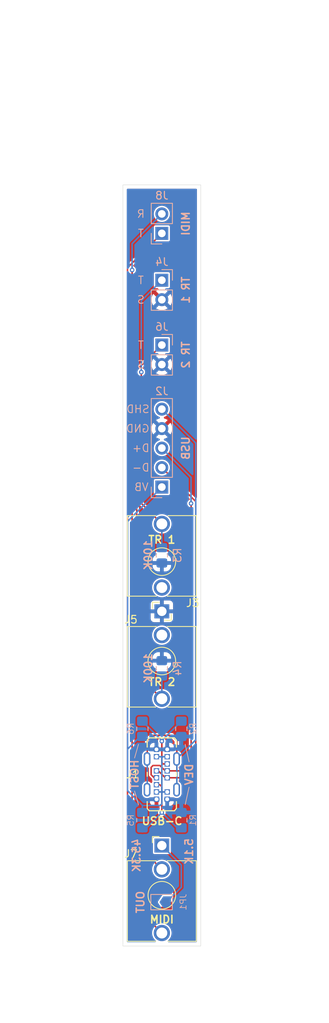
<source format=kicad_pcb>
(kicad_pcb (version 20241229) (generator "pcbnew") (generator_version "9.0")
  (title_block (title "ORN8 2HP Ext. Panel (Trig + TRS MIDI + USB-C)") (date "2026-01-06") (rev "2.2") (comment 3 "Aether Soundlab") (comment 4 "Beau Sterling"))
  (layers (0 "F.Cu" signal) (2 "B.Cu" signal) (5 "F.SilkS" user "F.Silkscreen") (7 "B.SilkS" user "B.Silkscreen") (1 "F.Mask" user) (3 "B.Mask" user) (25 "Edge.Cuts" user))
  (net 0 "")
  (net 1 "VBUS")
  (net 2 "GND")
  (net 3 "D-")
  (net 4 "D+")
  (net 6 "Net-(J4-Pin_1)")
  (net 8 "Net-(J6-Pin_1)")
  (net 9 "Net-(J8-Pin_1)")
  (net 10 "Net-(J1-CC1)")
  (net 11 "Net-(J1-CC2)")
  (net 12 "SHLD")
  (net 13 "Net-(J8-Pin_2)")
  (net 14 "Net-(JP1-A)")
  (footprint "Connector_Audio:Jack_3.5mm_QingPu_WQP-PJ398SM_Vertical_CircularHoles" (layer "F.Cu") (at 45.722054 115.488 180)
    (property "Reference" "J3" (at -4.03 1.08 0) (layer "F.SilkS"))
    (property "Value" "TR_1_JACK")
    (fp_line (start 4.5 12.48) (end 0.8 12.48) (stroke (width 0.12)) (layer "F.SilkS"))
    (fp_line (start 4.5 1.98) (end 4.5 12.48) (stroke (width 0.12)) (layer "F.SilkS"))
    (fp_line (start 4.5 1.98) (end 0.72 1.98) (stroke (width 0.12)) (layer "F.SilkS"))
    (fp_line (start -0.72 1.98) (end -4.5 1.98) (stroke (width 0.12)) (layer "F.SilkS"))
    (fp_line (start -0.8 12.48) (end -4.5 12.48) (stroke (width 0.12)) (layer "F.SilkS"))
    (fp_line (start -1.23 -1.17) (end -0.37 -1.17) (stroke (width 0.12)) (layer "F.SilkS"))
    (fp_line (start -1.23 -1.17) (end -1.23 -0.37) (stroke (width 0.12)) (layer "F.SilkS"))
    (fp_line (start -4.5 1.98) (end -4.5 12.48) (stroke (width 0.12)) (layer "F.SilkS"))
    (fp_circle (center 0 6.48) (end 1.8 6.48) (stroke (width 0.12)) (fill no) (layer "F.SilkS"))
    (pad "S" thru_hole rect (at 0 0) (size 1.93 1.83) (drill 1.22) (layers "*.Cu" "*.Mask") (net 2 "GND"))
    (pad "T" thru_hole circle (at 0 11.4) (size 2.13 2.13) (drill 1.43) (layers "*.Cu" "*.Mask") (net 6 "Net-(J4-Pin_1)"))
    (pad "TN" thru_hole circle (at 0 3.1) (size 2.13 2.13) (drill 1.42) (layers "*.Cu" "*.Mask"))
    (zone (net 0) (net_name "") (layer "F.Cu") (connect_pads (clearance 0)) (min_thickness 0.254)
      (keepout (tracks not_allowed) (vias not_allowed) (pads not_allowed) (copperpour not_allowed) (footprints not_allowed))
      (fill (thermal_gap 0.508) (thermal_bridge_width 0.508))
      (polygon (pts (xy 44.216913 109.008) (xy 44.237124 109.253829) (xy 44.297213 109.493055) (xy 44.395568 109.719256) (xy 44.529546 109.926355) (xy 44.69555 110.10879) (xy 44.889122 110.261664) (xy 45.105062 110.380869) (xy 45.337572 110.463206) (xy 45.580408 110.506461) (xy 45.827047 110.509475) (xy 46.070867 110.472165) (xy 46.30532 110.395534) (xy 46.524108 110.28164) (xy 46.721357 110.133542) (xy 46.891768 109.955216) (xy 47.030766 109.751452) (xy 47.134618 109.527722) (xy 47.200535 109.290035) (xy 47.226746 109.044774) (xy 47.212547 108.798525) (xy 47.15832 108.557901) (xy 47.065522 108.329366) (xy 46.936643 108.119055) (xy 46.775146 107.932618) (xy 46.585367 107.775061) (xy 46.372404 107.650615) (xy 46.141975 107.562623) (xy 45.900269 107.513447) (xy 45.653776 107.504408) (xy 45.409118 107.53575) (xy 45.172863 107.60663) (xy 44.951357 107.715144) (xy 44.750549 107.858379) (xy 44.575831 108.032488) (xy 44.431896 108.232795) (xy 44.322609 108.453921) (xy 44.250905 108.689926) (xy 44.21871 108.934474)))
    )
  )
  (footprint "Connector_Audio:Jack_3.5mm_QingPu_WQP-PJ398SM_Vertical_CircularHoles" (layer "F.Cu") (at 45.722054 115.485)
    (property "Reference" "J5" (at -4.03 1.08 180) (layer "F.SilkS"))
    (property "Value" "TR_2_JACK")
    (fp_line (start -4.5 1.98) (end -4.5 12.48) (stroke (width 0.12)) (layer "F.SilkS"))
    (fp_line (start -1.23 -1.17) (end -1.23 -0.37) (stroke (width 0.12)) (layer "F.SilkS"))
    (fp_line (start -1.23 -1.17) (end -0.37 -1.17) (stroke (width 0.12)) (layer "F.SilkS"))
    (fp_line (start -0.8 12.48) (end -4.5 12.48) (stroke (width 0.12)) (layer "F.SilkS"))
    (fp_line (start -0.72 1.98) (end -4.5 1.98) (stroke (width 0.12)) (layer "F.SilkS"))
    (fp_line (start 4.5 1.98) (end 0.72 1.98) (stroke (width 0.12)) (layer "F.SilkS"))
    (fp_line (start 4.5 1.98) (end 4.5 12.48) (stroke (width 0.12)) (layer "F.SilkS"))
    (fp_line (start 4.5 12.48) (end 0.8 12.48) (stroke (width 0.12)) (layer "F.SilkS"))
    (fp_circle (center 0 6.48) (end 1.8 6.48) (stroke (width 0.12)) (fill no) (layer "F.SilkS"))
    (pad "S" thru_hole rect (at 0 0 180) (size 1.93 1.83) (drill 1.22) (layers "*.Cu" "*.Mask") (net 2 "GND"))
    (pad "T" thru_hole circle (at 0 11.4 180) (size 2.13 2.13) (drill 1.43) (layers "*.Cu" "*.Mask") (net 8 "Net-(J6-Pin_1)"))
    (pad "TN" thru_hole circle (at 0 3.1 180) (size 2.13 2.13) (drill 1.42) (layers "*.Cu" "*.Mask"))
    (zone (net 0) (net_name "") (layer "F.Cu") (connect_pads (clearance 0)) (min_thickness 0.254)
      (keepout (tracks not_allowed) (vias not_allowed) (pads not_allowed) (copperpour not_allowed) (footprints not_allowed))
      (fill (thermal_gap 0.508) (thermal_bridge_width 0.508))
      (polygon (pts (xy 47.227195 121.965) (xy 47.206984 121.719171) (xy 47.146895 121.479945) (xy 47.04854 121.253744) (xy 46.914562 121.046645) (xy 46.748558 120.86421) (xy 46.554986 120.711336) (xy 46.339046 120.592131) (xy 46.106536 120.509794) (xy 45.8637 120.466539) (xy 45.617061 120.463525) (xy 45.373241 120.500835) (xy 45.138788 120.577466) (xy 44.92 120.69136) (xy 44.722751 120.839458) (xy 44.55234 121.017784) (xy 44.413342 121.221548) (xy 44.30949 121.445278) (xy 44.243573 121.682965) (xy 44.217362 121.928226) (xy 44.231561 122.174475) (xy 44.285788 122.415099) (xy 44.378586 122.643634) (xy 44.507465 122.853945) (xy 44.668962 123.040382) (xy 44.858741 123.197939) (xy 45.071704 123.322385) (xy 45.302133 123.410377) (xy 45.543839 123.459553) (xy 45.790332 123.468592) (xy 46.03499 123.43725) (xy 46.271245 123.36637) (xy 46.492751 123.257856) (xy 46.693559 123.114621) (xy 46.868277 122.940512) (xy 47.012212 122.740205) (xy 47.121499 122.519079) (xy 47.193203 122.283074) (xy 47.225398 122.038526)))
    )
  )
  (footprint "Library:SparkFun USB-C Vertical" (layer "F.Cu") (at 45.721027 136.731)
    (property "Reference" "J1" (at -3.81 0 0) (layer "F.SilkS"))
    (property "Value" "USB_C")
    (fp_line (start -1.91 -4.445) (end -1.651 -4.75) (stroke (width 0.1524)) (layer "F.SilkS"))
    (fp_line (start -1.91 -3.937) (end -1.91 -4.445) (stroke (width 0.1524)) (layer "F.SilkS"))
    (fp_line (start -1.91 -3.556) (end -1.91 -4.064) (stroke (width 0.1524)) (layer "F.SilkS"))
    (fp_line (start -1.91 0.254) (end -1.91 -0.254) (stroke (width 0.1524)) (layer "F.SilkS"))
    (fp_line (start -1.91 4.064) (end -1.91 3.556) (stroke (width 0.1524)) (layer "F.SilkS"))
    (fp_line (start -1.91 4.445) (end -1.91 3.937) (stroke (width 0.1524)) (layer "F.SilkS"))
    (fp_line (start -1.91 4.445) (end -1.651 4.75) (stroke (width 0.1524)) (layer "F.SilkS"))
    (fp_line (start -1.651 -4.75) (end 1.651 -4.75) (stroke (width 0.1524)) (layer "F.SilkS"))
    (fp_line (start -1.651 4.75) (end 1.651 4.75) (stroke (width 0.1524)) (layer "F.SilkS"))
    (fp_line (start 1.651 4.75) (end 1.9 4.445) (stroke (width 0.1524)) (layer "F.SilkS"))
    (fp_line (start 1.9 -4.445) (end 1.651 -4.75) (stroke (width 0.1524)) (layer "F.SilkS"))
    (fp_line (start 1.9 -3.937) (end 1.9 -4.445) (stroke (width 0.1524)) (layer "F.SilkS"))
    (fp_line (start 1.9 -3.937) (end 1.9 -4.064) (stroke (width 0.1524)) (layer "F.SilkS"))
    (fp_line (start 1.9 -3.556) (end 1.9 -3.937) (stroke (width 0.1524)) (layer "F.SilkS"))
    (fp_line (start 1.9 0.254) (end 1.9 -0.254) (stroke (width 0.1524)) (layer "F.SilkS"))
    (fp_line (start 1.9 4.064) (end 1.9 3.556) (stroke (width 0.1524)) (layer "F.SilkS"))
    (fp_line (start 1.9 4.445) (end 1.9 3.937) (stroke (width 0.1524)) (layer "F.SilkS"))
    (pad "A1" thru_hole rect (at -0.7 3.25 90) (size 0.7 0.7) (drill 0.5) (layers "*.Cu" "*.Mask") (net 2 "GND"))
    (pad "A4" thru_hole rect (at -0.7 2.3 90) (size 0.7 0.7) (drill 0.5) (layers "*.Cu" "*.Mask") (net 1 "VBUS"))
    (pad "A5" thru_hole rect (at -0.7 1.35 90) (size 0.7 0.7) (drill 0.5) (layers "*.Cu" "*.Mask") (net 10 "Net-(J1-CC1)"))
    (pad "A6" thru_hole rect (at -0.7 0.45 90) (size 0.7 0.7) (drill 0.5) (layers "*.Cu" "*.Mask") (net 4 "D+"))
    (pad "A7" thru_hole rect (at -0.7 -0.45 90) (size 0.7 0.7) (drill 0.5) (layers "*.Cu" "*.Mask") (net 3 "D-"))
    (pad "A9" thru_hole rect (at -0.7 -2.3 90) (size 0.7 0.7) (drill 0.5) (layers "*.Cu" "*.Mask") (net 1 "VBUS"))
    (pad "A12" thru_hole rect (at -0.7 -3.25 90) (size 0.7 0.7) (drill 0.5) (layers "*.Cu" "*.Mask") (net 2 "GND"))
    (pad "B1" thru_hole rect (at 0.7 -3.25 90) (size 0.7 0.7) (drill 0.5) (layers "*.Cu" "*.Mask") (net 2 "GND"))
    (pad "B4" thru_hole rect (at 0.7 -2.3 90) (size 0.7 0.7) (drill 0.5) (layers "*.Cu" "*.Mask") (net 1 "VBUS"))
    (pad "B5" thru_hole rect (at 0.7 -1.35 90) (size 0.7 0.7) (drill 0.5) (layers "*.Cu" "*.Mask") (net 11 "Net-(J1-CC2)"))
    (pad "B6" thru_hole rect (at 0.7 -0.45 90) (size 0.7 0.7) (drill 0.5) (layers "*.Cu" "*.Mask") (net 4 "D+"))
    (pad "B7" thru_hole rect (at 0.7 0.45 90) (size 0.7 0.7) (drill 0.5) (layers "*.Cu" "*.Mask") (net 3 "D-"))
    (pad "B9" thru_hole rect (at 0.7 2.3 90) (size 0.7 0.7) (drill 0.5) (layers "*.Cu" "*.Mask") (net 1 "VBUS"))
    (pad "B12" thru_hole rect (at 0.7 3.25 90) (size 0.7 0.7) (drill 0.5) (layers "*.Cu" "*.Mask") (net 2 "GND"))
    (pad "S1" thru_hole oval (at -1.93 -2 90) (size 1.8 0.9) (drill oval 1.4 0.5) (layers "*.Cu" "*.Mask") (net 12 "SHLD"))
    (pad "S1" thru_hole oval (at -1.93 2 90) (size 1.8 0.9) (drill oval 1.4 0.5) (layers "*.Cu" "*.Mask") (net 12 "SHLD"))
    (pad "S1" thru_hole oval (at 1.93 -2 90) (size 1.8 0.9) (drill oval 1.4 0.5) (layers "*.Cu" "*.Mask") (net 12 "SHLD"))
    (pad "S1" thru_hole oval (at 1.93 2 90) (size 1.8 0.9) (drill oval 1.4 0.5) (layers "*.Cu" "*.Mask") (net 12 "SHLD"))
  )
  (footprint "Connector_Audio:Jack_3.5mm_QingPu_WQP-PJ398SM_Vertical_CircularHoles" (layer "F.Cu") (at 45.722054 146.016)
    (property "Reference" "J7" (at -4.03 1.08 180) (layer "F.SilkS"))
    (property "Value" "MIDI_JACK")
    (fp_line (start -4.5 1.98) (end -4.5 12.48) (stroke (width 0.12)) (layer "F.SilkS"))
    (fp_line (start -1.23 -1.17) (end -1.23 -0.37) (stroke (width 0.12)) (layer "F.SilkS"))
    (fp_line (start -1.23 -1.17) (end -0.37 -1.17) (stroke (width 0.12)) (layer "F.SilkS"))
    (fp_line (start -0.8 12.48) (end -4.5 12.48) (stroke (width 0.12)) (layer "F.SilkS"))
    (fp_line (start -0.72 1.98) (end -4.5 1.98) (stroke (width 0.12)) (layer "F.SilkS"))
    (fp_line (start 4.5 1.98) (end 0.72 1.98) (stroke (width 0.12)) (layer "F.SilkS"))
    (fp_line (start 4.5 1.98) (end 4.5 12.48) (stroke (width 0.12)) (layer "F.SilkS"))
    (fp_line (start 4.5 12.48) (end 0.8 12.48) (stroke (width 0.12)) (layer "F.SilkS"))
    (fp_circle (center 0 6.48) (end 1.8 6.48) (stroke (width 0.12)) (fill no) (layer "F.SilkS"))
    (pad "R" thru_hole circle (at 0 3.1 180) (size 2.13 2.13) (drill 1.42) (layers "*.Cu" "*.Mask") (net 13 "Net-(J8-Pin_2)"))
    (pad "S" thru_hole rect (at 0 0 180) (size 1.93 1.83) (drill 1.22) (layers "*.Cu" "*.Mask") (net 14 "Net-(JP1-A)"))
    (pad "T" thru_hole circle (at 0 11.4 180) (size 2.13 2.13) (drill 1.43) (layers "*.Cu" "*.Mask") (net 9 "Net-(J8-Pin_1)"))
    (zone (net 0) (net_name "") (layer "F.Cu") (connect_pads (clearance 0)) (min_thickness 0.254)
      (keepout (tracks not_allowed) (vias not_allowed) (pads not_allowed) (copperpour not_allowed) (footprints not_allowed))
      (fill (thermal_gap 0.508) (thermal_bridge_width 0.508))
      (polygon (pts (xy 47.227195 152.496) (xy 47.206984 152.250171) (xy 47.146895 152.010945) (xy 47.04854 151.784744) (xy 46.914562 151.577645) (xy 46.748558 151.39521) (xy 46.554986 151.242336) (xy 46.339046 151.123131) (xy 46.106536 151.040794) (xy 45.8637 150.997539) (xy 45.617061 150.994525) (xy 45.373241 151.031835) (xy 45.138788 151.108466) (xy 44.92 151.22236) (xy 44.722751 151.370458) (xy 44.55234 151.548784) (xy 44.413342 151.752548) (xy 44.30949 151.976278) (xy 44.243573 152.213965) (xy 44.217362 152.459226) (xy 44.231561 152.705475) (xy 44.285788 152.946099) (xy 44.378586 153.174634) (xy 44.507465 153.384945) (xy 44.668962 153.571382) (xy 44.858741 153.728939) (xy 45.071704 153.853385) (xy 45.302133 153.941377) (xy 45.543839 153.990553) (xy 45.790332 153.999592) (xy 46.03499 153.96825) (xy 46.271245 153.89737) (xy 46.492751 153.788856) (xy 46.693559 153.645621) (xy 46.868277 153.471512) (xy 47.012212 153.271205) (xy 47.121499 153.050079) (xy 47.193203 152.814074) (xy 47.225398 152.569526)))
    )
  )
  (footprint "Resistor_SMD:R_0805_2012Metric_Pad1.20x1.40mm_HandSolder" (layer "B.Cu") (at 43.181027 130.802 90)
    (property "Reference" "R6" (at 0.016 -1.524 270) (layer "B.SilkS") (effects (font (size 0.8 0.8) (thickness 0.1)) (justify mirror)))
    (property "Value" "45.3K")
    (fp_line (start -0.227064 -0.735) (end 0.227064 -0.735) (stroke (width 0.12)) (layer "B.SilkS"))
    (fp_line (start -0.227064 0.735) (end 0.227064 0.735) (stroke (width 0.12)) (layer "B.SilkS"))
    (pad "1" smd roundrect (at -1 0 90) (size 1.2 1.4) (layers "B.Cu" "B.Mask" "B.Paste") (roundrect_rratio 0.208333) (net 1 "VBUS"))
    (pad "2" smd roundrect (at 1 0 90) (size 1.2 1.4) (layers "B.Cu" "B.Mask" "B.Paste") (roundrect_rratio 0.208333) (net 11 "Net-(J1-CC2)"))
  )
  (footprint "Resistor_SMD:R_0805_2012Metric_Pad1.20x1.40mm_HandSolder" (layer "B.Cu") (at 45.722054 108.184 90)
    (property "Reference" "R3" (at 0 2.032 90) (layer "B.SilkS") (effects (justify mirror)))
    (property "Value" "100K")
    (fp_line (start -0.227064 -0.735) (end 0.227064 -0.735) (stroke (width 0.12)) (layer "B.SilkS"))
    (fp_line (start -0.227064 0.735) (end 0.227064 0.735) (stroke (width 0.12)) (layer "B.SilkS"))
    (pad "1" smd roundrect (at -1 0 90) (size 1.2 1.4) (layers "B.Cu" "B.Mask" "B.Paste") (roundrect_rratio 0.208333) (net 2 "GND"))
    (pad "2" smd roundrect (at 1 0 90) (size 1.2 1.4) (layers "B.Cu" "B.Mask" "B.Paste") (roundrect_rratio 0.208333) (net 6 "Net-(J4-Pin_1)"))
  )
  (footprint "Resistor_SMD:R_0805_2012Metric_Pad1.20x1.40mm_HandSolder" (layer "B.Cu") (at 48.261027 142.708 -90)
    (property "Reference" "R1" (at 0.016 -1.524 270) (layer "B.SilkS") (effects (font (size 0.8 0.8) (thickness 0.1)) (justify mirror)))
    (property "Value" "5.1K")
    (fp_line (start -0.227064 0.735) (end 0.227064 0.735) (stroke (width 0.12)) (layer "B.SilkS"))
    (fp_line (start -0.227064 -0.735) (end 0.227064 -0.735) (stroke (width 0.12)) (layer "B.SilkS"))
    (pad "1" smd roundrect (at -1 0 270) (size 1.2 1.4) (layers "B.Cu" "B.Mask" "B.Paste") (roundrect_rratio 0.208333) (net 2 "GND"))
    (pad "2" smd roundrect (at 1 0 270) (size 1.2 1.4) (layers "B.Cu" "B.Mask" "B.Paste") (roundrect_rratio 0.208333) (net 10 "Net-(J1-CC1)"))
  )
  (footprint "Resistor_SMD:R_0805_2012Metric_Pad1.20x1.40mm_HandSolder" (layer "B.Cu") (at 45.722054 122.916 -90)
    (property "Reference" "R4" (at 0 -2.032 90) (layer "B.SilkS") (effects (justify mirror)))
    (property "Value" "100K")
    (fp_line (start -0.227064 0.735) (end 0.227064 0.735) (stroke (width 0.12)) (layer "B.SilkS"))
    (fp_line (start -0.227064 -0.735) (end 0.227064 -0.735) (stroke (width 0.12)) (layer "B.SilkS"))
    (pad "1" smd roundrect (at -1 0 270) (size 1.2 1.4) (layers "B.Cu" "B.Mask" "B.Paste") (roundrect_rratio 0.208333) (net 2 "GND"))
    (pad "2" smd roundrect (at 1 0 270) (size 1.2 1.4) (layers "B.Cu" "B.Mask" "B.Paste") (roundrect_rratio 0.208333) (net 8 "Net-(J6-Pin_1)"))
  )
  (footprint "Connector_PinHeader_2.54mm:PinHeader_1x05_P2.54mm_Vertical" (layer "B.Cu") (at 45.721027 99.29)
    (property "Reference" "J2" (at 0 -12.4968 0) (layer "B.SilkS") (effects (justify mirror)))
    (property "Value" "USB_PINS")
    (fp_line (start -1.38 -11.54) (end 1.38 -11.54) (stroke (width 0.12)) (layer "B.SilkS"))
    (fp_line (start -1.38 -1.27) (end -1.38 -11.54) (stroke (width 0.12)) (layer "B.SilkS"))
    (fp_line (start -1.38 -1.27) (end 1.38 -1.27) (stroke (width 0.12)) (layer "B.SilkS"))
    (fp_line (start -1.38 0) (end -1.38 1.38) (stroke (width 0.12)) (layer "B.SilkS"))
    (fp_line (start -1.38 1.38) (end 0 1.38) (stroke (width 0.12)) (layer "B.SilkS"))
    (fp_line (start 1.38 -1.27) (end 1.38 -11.54) (stroke (width 0.12)) (layer "B.SilkS"))
    (pad "1" thru_hole rect (at 0 0) (size 1.7 1.7) (drill 1) (layers "*.Cu" "*.Mask") (net 1 "VBUS"))
    (pad "2" thru_hole circle (at 0 -2.54) (size 1.7 1.7) (drill 1) (layers "*.Cu" "*.Mask") (net 3 "D-"))
    (pad "3" thru_hole circle (at 0 -5.08) (size 1.7 1.7) (drill 1) (layers "*.Cu" "*.Mask") (net 4 "D+"))
    (pad "4" thru_hole circle (at 0 -7.62) (size 1.7 1.7) (drill 1) (layers "*.Cu" "*.Mask") (net 2 "GND"))
    (pad "5" thru_hole circle (at 0 -10.16) (size 1.7 1.7) (drill 1) (layers "*.Cu" "*.Mask") (net 12 "SHLD"))
  )
  (footprint "Connector_PinHeader_2.54mm:PinHeader_1x02_P2.54mm_Vertical" (layer "B.Cu") (at 45.721027 66.2192)
    (property "Reference" "J8" (at 0 -4.9276 0) (layer "B.SilkS") (effects (justify mirror)))
    (property "Value" "MIDI_PINS")
    (fp_line (start -1.38 -3.92) (end 1.38 -3.92) (stroke (width 0.12)) (layer "B.SilkS"))
    (fp_line (start -1.38 -1.27) (end -1.38 -3.92) (stroke (width 0.12)) (layer "B.SilkS"))
    (fp_line (start -1.38 -1.27) (end 1.38 -1.27) (stroke (width 0.12)) (layer "B.SilkS"))
    (fp_line (start -1.38 0) (end -1.38 1.38) (stroke (width 0.12)) (layer "B.SilkS"))
    (fp_line (start -1.38 1.38) (end 0 1.38) (stroke (width 0.12)) (layer "B.SilkS"))
    (fp_line (start 1.38 -1.27) (end 1.38 -3.92) (stroke (width 0.12)) (layer "B.SilkS"))
    (pad "1" thru_hole rect (at 0 0) (size 1.7 1.7) (drill 1) (layers "*.Cu" "*.Mask") (net 9 "Net-(J8-Pin_1)"))
    (pad "2" thru_hole circle (at 0 -2.54) (size 1.7 1.7) (drill 1) (layers "*.Cu" "*.Mask") (net 13 "Net-(J8-Pin_2)"))
  )
  (footprint "Resistor_SMD:R_0805_2012Metric_Pad1.20x1.40mm_HandSolder" (layer "B.Cu") (at 43.181027 142.708 -90)
    (property "Reference" "R5" (at 0.016 1.524 270) (layer "B.SilkS") (effects (font (size 0.8 0.8) (thickness 0.1)) (justify mirror)))
    (property "Value" "45.3K")
    (fp_line (start -0.227064 0.735) (end 0.227064 0.735) (stroke (width 0.12)) (layer "B.SilkS"))
    (fp_line (start -0.227064 -0.735) (end 0.227064 -0.735) (stroke (width 0.12)) (layer "B.SilkS"))
    (pad "1" smd roundrect (at -1 0 270) (size 1.2 1.4) (layers "B.Cu" "B.Mask" "B.Paste") (roundrect_rratio 0.208333) (net 1 "VBUS"))
    (pad "2" smd roundrect (at 1 0 270) (size 1.2 1.4) (layers "B.Cu" "B.Mask" "B.Paste") (roundrect_rratio 0.208333) (net 10 "Net-(J1-CC1)"))
  )
  (footprint "Jumper:SolderJumper-2_P1.3mm_Open_TrianglePad1.0x1.5mm" (layer "B.Cu") (at 45.684027 153.392 180)
    (property "Reference" "JP1" (at -2.831 0 270) (layer "B.SilkS") (effects (font (size 0.8 0.8) (thickness 0.1)) (justify mirror)))
    (property "Value" "MIDI_SHLD")
    (fp_line (start 1.4 1) (end 1.4 -1) (stroke (width 0.12)) (layer "B.SilkS"))
    (fp_line (start 1.4 -1) (end -1.4 -1) (stroke (width 0.12)) (layer "B.SilkS"))
    (fp_line (start -1.4 1) (end 1.4 1) (stroke (width 0.12)) (layer "B.SilkS"))
    (fp_line (start -1.4 -1) (end -1.4 1) (stroke (width 0.12)) (layer "B.SilkS"))
    (pad "1" smd custom (at -0.725 0 180) (size 0.3 0.3) (layers "B.Cu" "B.Mask") (net 14 "Net-(JP1-A)") (options (clearance outline) (anchor rect)) (primitives (gr_poly (pts (xy 1 0) (xy 0.5 -0.75) (xy -0.5 -0.75) (xy -0.5 0.75) (xy 0.5 0.75)) (width 0) (fill yes))))
    (pad "2" smd custom (at 0.725 0 180) (size 0.3 0.3) (layers "B.Cu" "B.Mask") (net 2 "GND") (options (clearance outline) (anchor rect)) (primitives (gr_poly (pts (xy 0.5 -0.75) (xy -0.65 -0.75) (xy -0.15 0) (xy -0.65 0.75) (xy 0.5 0.75)) (width 0) (fill yes))))
  )
  (footprint "Connector_PinHeader_2.54mm:PinHeader_1x02_P2.54mm_Vertical" (layer "B.Cu") (at 45.722054 72.326 180)
    (property "Reference" "J4" (at 0 2.38 0) (layer "B.SilkS") (effects (justify mirror)))
    (property "Value" "TR_1_PINS")
    (fp_line (start 1.38 -1.27) (end 1.38 -3.92) (stroke (width 0.12)) (layer "B.SilkS"))
    (fp_line (start -1.38 1.38) (end 0 1.38) (stroke (width 0.12)) (layer "B.SilkS"))
    (fp_line (start -1.38 0) (end -1.38 1.38) (stroke (width 0.12)) (layer "B.SilkS"))
    (fp_line (start -1.38 -1.27) (end 1.38 -1.27) (stroke (width 0.12)) (layer "B.SilkS"))
    (fp_line (start -1.38 -1.27) (end -1.38 -3.92) (stroke (width 0.12)) (layer "B.SilkS"))
    (fp_line (start -1.38 -3.92) (end 1.38 -3.92) (stroke (width 0.12)) (layer "B.SilkS"))
    (pad "1" thru_hole rect (at 0 0 180) (size 1.7 1.7) (drill 1) (layers "*.Cu" "*.Mask") (net 6 "Net-(J4-Pin_1)"))
    (pad "2" thru_hole circle (at 0 -2.54 180) (size 1.7 1.7) (drill 1) (layers "*.Cu" "*.Mask") (net 2 "GND"))
  )
  (footprint "Resistor_SMD:R_0805_2012Metric_Pad1.20x1.40mm_HandSolder" (layer "B.Cu") (at 48.261027 130.802 90)
    (property "Reference" "R2" (at 0.016 1.524 270) (layer "B.SilkS") (effects (font (size 0.8 0.8) (thickness 0.1)) (justify mirror)))
    (property "Value" "5.1K")
    (fp_line (start -0.227064 -0.735) (end 0.227064 -0.735) (stroke (width 0.12)) (layer "B.SilkS"))
    (fp_line (start -0.227064 0.735) (end 0.227064 0.735) (stroke (width 0.12)) (layer "B.SilkS"))
    (pad "1" smd roundrect (at -1 0 90) (size 1.2 1.4) (layers "B.Cu" "B.Mask" "B.Paste") (roundrect_rratio 0.208333) (net 2 "GND"))
    (pad "2" smd roundrect (at 1 0 90) (size 1.2 1.4) (layers "B.Cu" "B.Mask" "B.Paste") (roundrect_rratio 0.208333) (net 11 "Net-(J1-CC2)"))
  )
  (footprint "Connector_PinHeader_2.54mm:PinHeader_1x02_P2.54mm_Vertical" (layer "B.Cu") (at 45.722054 80.776 180)
    (property "Reference" "J6" (at 0 2.38 0) (layer "B.SilkS") (effects (justify mirror)))
    (property "Value" "TR_2_PINS")
    (fp_line (start 1.38 -1.27) (end 1.38 -3.92) (stroke (width 0.12)) (layer "B.SilkS"))
    (fp_line (start -1.38 1.38) (end 0 1.38) (stroke (width 0.12)) (layer "B.SilkS"))
    (fp_line (start -1.38 0) (end -1.38 1.38) (stroke (width 0.12)) (layer "B.SilkS"))
    (fp_line (start -1.38 -1.27) (end 1.38 -1.27) (stroke (width 0.12)) (layer "B.SilkS"))
    (fp_line (start -1.38 -1.27) (end -1.38 -3.92) (stroke (width 0.12)) (layer "B.SilkS"))
    (fp_line (start -1.38 -3.92) (end 1.38 -3.92) (stroke (width 0.12)) (layer "B.SilkS"))
    (pad "1" thru_hole rect (at 0 0 180) (size 1.7 1.7) (drill 1) (layers "*.Cu" "*.Mask") (net 8 "Net-(J6-Pin_1)"))
    (pad "2" thru_hole circle (at 0 -2.54 180) (size 1.7 1.7) (drill 1) (layers "*.Cu" "*.Mask") (net 2 "GND"))
  )
  (gr_line (start 48.769027 140.692) (end 49.277027 138.406) (stroke (width 0.1)) (layer "B.SilkS"))
  (gr_line (start 42.673027 132.818) (end 42.165027 134.596) (stroke (width 0.1)) (layer "B.SilkS"))
  (gr_line (start 49.277027 135.104) (end 48.769027 132.818) (stroke (width 0.1)) (layer "B.SilkS"))
  (gr_line (start 42.673027 140.692) (end 42.165027 138.914) (stroke (width 0.1)) (layer "B.SilkS"))
  (gr_rect (start 40.642054 59.896) (end 50.801027 159.116) (stroke (width 0.05)) (fill no) (layer "Edge.Cuts"))
  (gr_text "TR 1" (at 45.722054 106.152 0) (layer "F.SilkS") (effects (font (size 1 1) (thickness 0.2) (bold yes))))
  (gr_text "TR 2" (at 45.722054 124.694 0) (layer "F.SilkS") (effects (font (size 1 1) (thickness 0.2) (bold yes))))
  (gr_text "MIDI" (at 45.722054 155.654 0) (layer "F.SilkS") (effects (font (size 1 1) (thickness 0.2) (bold yes))))
  (gr_text "USB-C" (at 45.751027 142.827 0) (layer "F.SilkS") (effects (font (size 1 1) (thickness 0.2) (bold yes))))
  (gr_text "MIDI" (at 48.842054 64.944201 90) (layer "B.SilkS") (effects (font (size 1 1) (thickness 0.2) (bold yes)) (justify mirror)))
  (gr_text "5.1K" (at 49.277027 146.788 90) (layer "B.SilkS") (effects (font (size 1 1) (thickness 0.2) (bold yes)) (justify mirror)))
  (gr_text "S" (at 42.983352 74.871 0) (layer "B.SilkS") (effects (font (size 1 1) (thickness 0.125)) (justify mirror)))
  (gr_text "100K" (at 43.942054 108.166 90) (layer "B.SilkS") (effects (font (size 1 1) (thickness 0.2) (bold yes)) (justify mirror)))
  (gr_text "DEV" (at 49.277027 136.755 90) (layer "B.SilkS") (effects (font (size 1 1) (thickness 0.2) (bold yes)) (justify mirror)))
  (gr_text "HOST" (at 42.165027 136.755 90) (layer "B.SilkS") (effects (font (size 1 1) (thickness 0.2) (bold yes)) (justify mirror)))
  (gr_text "T" (at 42.983352 66.2192 0) (layer "B.SilkS") (effects (font (size 1 1) (thickness 0.125)) (justify mirror)))
  (gr_text "USB" (at 48.842054 94.21 90) (layer "B.SilkS") (effects (font (size 1 1) (thickness 0.2) (bold yes)) (justify mirror)))
  (gr_text "TR 1" (at 48.842054 73.616 90) (layer "B.SilkS") (effects (font (size 1 1) (thickness 0.2) (bold yes)) (justify mirror)))
  (gr_text "VB" (at 43.054027 99.29 0) (layer "B.SilkS") (effects (font (size 1 1) (thickness 0.125)) (justify mirror)))
  (gr_text "100K" (at 43.942054 122.916 90) (layer "B.SilkS") (effects (font (size 1 1) (thickness 0.2) (bold yes)) (justify mirror)))
  (gr_text "S" (at 42.983352 83.321 0) (layer "B.SilkS") (effects (font (size 1 1) (thickness 0.125)) (justify mirror)))
  (gr_text "T" (at 42.983352 72.331 0) (layer "B.SilkS") (effects (font (size 1 1) (thickness 0.125)) (justify mirror)))
  (gr_text "45.3K" (at 42.419027 147.296 90) (layer "B.SilkS") (effects (font (size 1 1) (thickness 0.2) (bold yes)) (justify mirror)))
  (gr_text "GND" (at 42.57859 91.67 0) (layer "B.SilkS") (effects (font (size 1 1) (thickness 0.125)) (justify mirror)))
  (gr_text "OUT" (at 42.927027 153.392 90) (layer "B.SilkS") (effects (font (size 1 1) (thickness 0.2) (bold yes)) (justify mirror)))
  (gr_text "R" (at 42.983352 63.6792 0) (layer "B.SilkS") (effects (font (size 1 1) (thickness 0.125)) (justify mirror)))
  (gr_text "T" (at 42.983352 80.781 0) (layer "B.SilkS") (effects (font (size 1 1) (thickness 0.125)) (justify mirror)))
  (gr_text "TR 2" (at 48.842054 82.066 90) (layer "B.SilkS") (effects (font (size 1 1) (thickness 0.2) (bold yes)) (justify mirror)))
  (gr_text "SHD" (at 42.6024 89.13 0) (layer "B.SilkS") (effects (font (size 1 1) (thickness 0.125)) (justify mirror)))
  (gr_text "D-" (at 42.983352 96.75 0) (layer "B.SilkS") (effects (font (size 1 1) (thickness 0.125)) (justify mirror)))
  (gr_text "D+" (at 42.983352 94.21 0) (layer "B.SilkS") (effects (font (size 1 1) (thickness 0.125)) (justify mirror)))
  (segment (start 46.421027 134.431) (end 45.862027 134.431) (width 0.2) (layer "B.Cu") (net 1))
  (segment (start 45.862027 139.031) (end 45.721027 138.89) (width 0.2) (layer "B.Cu") (net 1))
  (segment (start 45.660527 140.6315) (end 45.497027 140.795) (width 0.2) (layer "B.Cu") (net 1))
  (segment (start 45.721027 134.572) (end 45.721027 134.475) (width 0.2) (layer "B.Cu") (net 1))
  (segment (start 46.421027 139.031) (end 45.862027 139.031) (width 0.2) (layer "B.Cu") (net 1))
  (segment (start 45.608027 139.031) (end 45.721027 139.144) (width 0.2) (layer "B.Cu") (net 1))
  (segment (start 43.181027 140.795) (end 41.252576 138.866549) (width 0.2) (layer "B.Cu") (net 1))
  (segment (start 45.580027 139.031) (end 45.721027 138.89) (width 0.2) (layer "B.Cu") (net 1))
  (segment (start 45.721027 139.144) (end 45.721027 138.89) (width 0.2) (layer "B.Cu") (net 1))
  (segment (start 46.421027 139.031) (end 45.834027 139.031) (width 0.2) (layer "B.Cu") (net 1))
  (segment (start 43.181027 131.516) (end 41.252576 133.444451) (width 0.2) (layer "B.Cu") (net 1))
  (segment (start 41.252576 138.866549) (end 41.252576 133.58) (width 0.2) (layer "B.Cu") (net 1))
  (segment (start 41.252576 133.58) (end 41.252576 104.4716) (width 0.2) (layer "B.Cu") (net 1))
  (segment (start 45.834027 139.031) (end 45.721027 139.144) (width 0.2) (layer "B.Cu") (net 1))
  (segment (start 41.252576 103.758451) (end 41.252576 104.4716) (width 0.2) (layer "B.Cu") (net 1))
  (segment (start 45.051027 134.431) (end 46.451027 134.431) (width 0.2) (layer "B.Cu") (net 1))
  (segment (start 41.252576 133.444451) (end 41.252576 133.58) (width 0.2) (layer "B.Cu") (net 1))
  (segment (start 45.021027 139.031) (end 45.608027 139.031) (width 0.2) (layer "B.Cu") (net 1))
  (segment (start 45.862027 134.431) (end 45.721027 134.572) (width 0.2) (layer "B.Cu") (net 1))
  (segment (start 45.721027 138.89) (end 45.721027 134.572) (width 0.2) (layer "B.Cu") (net 1))
  (segment (start 45.021027 134.431) (end 45.580027 134.431) (width 0.2) (layer "B.Cu") (net 1))
  (segment (start 45.721027 134.475) (end 45.751027 134.445) (width 0.2) (layer "B.Cu") (net 1))
  (segment (start 45.721027 140.571) (end 45.660527 140.6315) (width 0.2) (layer "B.Cu") (net 1))
  (segment (start 45.021027 139.031) (end 46.421027 139.031) (width 0.2) (layer "B.Cu") (net 1))
  (segment (start 45.580027 134.431) (end 45.721027 134.572) (width 0.2) (layer "B.Cu") (net 1))
  (segment (start 43.181027 140.795) (end 43.181027 141.708) (width 0.2) (layer "B.Cu") (net 1))
  (segment (start 45.721027 139.144) (end 45.721027 140.571) (width 0.2) (layer "B.Cu") (net 1))
  (segment (start 45.497027 140.795) (end 43.181027 140.795) (width 0.2) (layer "B.Cu") (net 1))
  (segment (start 45.021027 139.031) (end 45.580027 139.031) (width 0.2) (layer "B.Cu") (net 1))
  (segment (start 45.721027 99.29) (end 41.252576 103.758451) (width 0.2) (layer "B.Cu") (net 1))
  (segment (start 45.721027 96.75) (end 45.722454 96.75) (width 0.2) (layer "F.Cu") (net 3))
  (segment (start 48.261027 137.181) (end 50.142054 135.299973) (width 0.2) (layer "F.Cu") (net 3))
  (segment (start 50.142054 135.299973) (end 50.142054 101.1696) (width 0.2) (layer "F.Cu") (net 3))
  (segment (start 46.171027 137.181) (end 48.261027 137.181) (width 0.2) (layer "F.Cu") (net 3))
  (segment (start 45.051027 136.281) (end 45.271027 136.281) (width 0.2) (layer "F.Cu") (net 3))
  (segment (start 45.722454 96.75) (end 50.142054 101.1696) (width 0.2) (layer "F.Cu") (net 3))
  (segment (start 45.271027 136.281) (end 46.171027 137.181) (width 0.2) (layer "F.Cu") (net 3))
  (segment (start 49.531027 101.6268) (end 49.542054 101.637827) (width 0.2) (layer "F.Cu") (net 4))
  (segment (start 49.542054 134.999973) (end 48.261027 136.281) (width 0.2) (layer "F.Cu") (net 4))
  (segment (start 44.324027 136.7825) (end 44.722527 137.181) (width 0.2) (layer "F.Cu") (net 4))
  (segment (start 46.171027 136.281) (end 45.471027 135.581) (width 0.2) (layer "F.Cu") (net 4))
  (segment (start 45.731027 94.196) (end 45.722054 94.196) (width 0.2) (layer "F.Cu") (net 4))
  (segment (start 49.542054 101.637827) (end 49.542054 134.999973) (width 0.2) (layer "F.Cu") (net 4))
  (segment (start 48.261027 136.281) (end 46.171027 136.281) (width 0.2) (layer "F.Cu") (net 4))
  (segment (start 44.571027 135.581) (end 44.324027 135.828) (width 0.2) (layer "F.Cu") (net 4))
  (segment (start 49.531027 101.4236) (end 49.531027 101.6268) (width 0.2) (layer "F.Cu") (net 4))
  (segment (start 45.471027 135.581) (end 44.571027 135.581) (width 0.2) (layer "F.Cu") (net 4))
  (segment (start 44.324027 135.828) (end 44.324027 136.7825) (width 0.2) (layer "F.Cu") (net 4))
  (segment (start 44.722527 137.181) (end 45.021027 137.181) (width 0.2) (layer "F.Cu") (net 4))
  (via (at 49.531027 101.4236) (size 0.6) (drill 0.3) (layers "F.Cu" "B.Cu") (net 4))
  (segment (start 49.531027 101.4236) (end 49.531027 98.02) (width 0.2) (layer "B.Cu") (net 4))
  (segment (start 49.531027 98.02) (end 45.721027 94.21) (width 0.2) (layer "B.Cu") (net 4))
  (segment (start 43.042054 101.408) (end 43.042054 84.304) (width 0.2) (layer "F.Cu") (net 6))
  (segment (start 45.722054 104.088) (end 43.042054 101.408) (width 0.2) (layer "F.Cu") (net 6))
  (via (at 43.042054 84.304) (size 0.6) (drill 0.3) (layers "F.Cu" "B.Cu") (net 6))
  (segment (start 45.722054 104.088) (end 45.722054 107.184) (width 0.2) (layer "B.Cu") (net 6))
  (segment (start 43.042054 75.006) (end 45.722054 72.326) (width 0.2) (layer "B.Cu") (net 6))
  (segment (start 45.722054 107.184) (end 45.960054 107.422) (width 0.2) (layer "B.Cu") (net 6))
  (segment (start 43.042054 84.304) (end 43.042054 75.006) (width 0.2) (layer "B.Cu") (net 6))
  (segment (start 45.722054 126.885) (end 42.442054 123.605) (width 0.2) (layer "F.Cu") (net 8))
  (segment (start 42.442054 123.605) (end 42.442054 84.037) (width 0.2) (layer "F.Cu") (net 8))
  (segment (start 42.442054 84.037) (end 45.703054 80.776) (width 0.2) (layer "F.Cu") (net 8))
  (segment (start 45.703054 80.776) (end 45.722054 80.776) (width 0.2) (layer "F.Cu") (net 8))
  (segment (start 45.722054 123.916) (end 45.722054 126.885) (width 0.2) (layer "B.Cu") (net 8))
  (segment (start 41.242054 71.6548) (end 41.242054 152.936) (width 0.2) (layer "F.Cu") (net 9))
  (segment (start 41.242054 70.698173) (end 41.242054 71.6548) (width 0.2) (layer "F.Cu") (net 9))
  (segment (start 41.242054 152.936) (end 45.722054 157.416) (width 0.2) (layer "F.Cu") (net 9))
  (segment (start 45.721027 66.2192) (end 41.242054 70.698173) (width 0.2) (layer "F.Cu") (net 9))
  (segment (start 45.722054 157.849027) (end 45.722054 157.861) (width 0.2) (layer "B.Cu") (net 9))
  (segment (start 45.450027 138.081) (end 45.721027 138.352) (width 0.2) (layer "F.Cu") (net 10))
  (segment (start 45.051027 138.081) (end 45.450027 138.081) (width 0.2) (layer "F.Cu") (net 10))
  (segment (start 45.721027 138.352) (end 45.721027 140.541) (width 0.2) (layer "F.Cu") (net 10))
  (segment (start 45.721027 140.541) (end 45.721027 141.708) (width 0.2) (layer "F.Cu") (net 10))
  (via (at 45.721027 141.708) (size 0.6) (drill 0.3) (layers "F.Cu" "B.Cu") (net 10))
  (segment (start 43.197027 144.232) (end 43.181027 144.232) (width 0.2) (layer "B.Cu") (net 10))
  (segment (start 43.721027 143.708) (end 45.721027 141.708) (width 0.2) (layer "B.Cu") (net 10))
  (segment (start 48.261027 143.708) (end 47.721027 143.708) (width 0.2) (layer "B.Cu") (net 10))
  (segment (start 43.181027 143.708) (end 43.721027 143.708) (width 0.2) (layer "B.Cu") (net 10))
  (segment (start 47.721027 143.708) (end 45.721027 141.708) (width 0.2) (layer "B.Cu") (net 10))
  (segment (start 45.895027 135.381) (end 46.451027 135.381) (width 0.2) (layer "F.Cu") (net 11))
  (segment (start 45.721027 135.207) (end 45.895027 135.381) (width 0.2) (layer "F.Cu") (net 11))
  (segment (start 45.721027 132.413) (end 45.721027 135.207) (width 0.2) (layer "F.Cu") (net 11))
  (via (at 45.721027 132.413) (size 0.6) (drill 0.3) (layers "F.Cu" "B.Cu") (net 11))
  (segment (start 45.721027 132.342) (end 48.261027 129.802) (width 0.2) (layer "B.Cu") (net 11))
  (segment (start 45.721027 132.342) (end 43.181027 129.802) (width 0.2) (layer "B.Cu") (net 11))
  (segment (start 45.721027 132.413) (end 45.721027 132.342) (width 0.2) (layer "B.Cu") (net 11))
  (segment (start 47.681027 132.311) (end 47.681027 134.731) (width 0.2) (layer "F.Cu") (net 12))
  (segment (start 47.021027 131.651) (end 47.681027 132.311) (width 0.2) (layer "F.Cu") (net 12))
  (segment (start 43.821027 132.311) (end 44.481027 131.651) (width 0.2) (layer "F.Cu") (net 12))
  (segment (start 43.821027 134.731) (end 43.821027 132.311) (width 0.2) (layer "F.Cu") (net 12))
  (segment (start 44.481027 131.651) (end 47.021027 131.651) (width 0.2) (layer "F.Cu") (net 12))
  (segment (start 45.722054 89.128071) (end 45.722054 89.116) (width 0.2) (layer "B.Cu") (net 12))
  (segment (start 47.651027 134.731) (end 50.140627 132.2414) (width 0.2) (layer "B.Cu") (net 12))
  (segment (start 43.821027 134.731) (end 43.821027 138.731) (width 0.2) (layer "B.Cu") (net 12))
  (segment (start 47.681027 134.731) (end 47.681027 138.731) (width 0.2) (layer "B.Cu") (net 12))
  (segment (start 50.140627 132.2414) (end 50.140627 93.5496) (width 0.2) (layer "B.Cu") (net 12))
  (segment (start 50.140627 93.5496) (end 45.721027 89.13) (width 0.2) (layer "B.Cu") (net 12))
  (segment (start 41.842054 145.236) (end 45.722054 149.116) (width 0.2) (layer "F.Cu") (net 13))
  (segment (start 41.842054 70.9944) (end 41.842054 145.236) (width 0.2) (layer "F.Cu") (net 13))
  (segment (start 41.842054 70.9944) (end 41.842054 71.230227) (width 0.2) (layer "F.Cu") (net 13))
  (segment (start 41.842054 71.230227) (end 41.860227 71.2484) (width 0.2) (layer "F.Cu") (net 13))
  (via (at 41.842054 70.9944) (size 0.6) (drill 0.3) (layers "F.Cu" "B.Cu") (net 13))
  (segment (start 41.842054 70.9944) (end 41.842054 67.558173) (width 0.2) (layer "B.Cu") (net 13))
  (segment (start 41.842054 67.558173) (end 45.721027 63.6792) (width 0.2) (layer "B.Cu") (net 13))
  (segment (start 48.261027 151.45) (end 46.446027 153.265) (width 0.2) (layer "B.Cu") (net 14))
  (segment (start 45.722054 146.016) (end 48.261027 148.554973) (width 0.2) (layer "B.Cu") (net 14))
  (segment (start 48.261027 148.554973) (end 48.261027 151.45) (width 0.2) (layer "B.Cu") (net 14))
  (zone (net 2) (net_name "GND") (layers "F.Cu" "B.Cu") (connect_pads (clearance 0)) (min_thickness 0.25) (fill yes (thermal_gap 0.5) (thermal_bridge_width 0.5))
    (polygon (pts (xy 40.642054 59.896) (xy 40.642054 158.956) (xy 40.642054 159.116) (xy 50.801122 159.116) (xy 50.802054 59.896)))
  )
)
</source>
